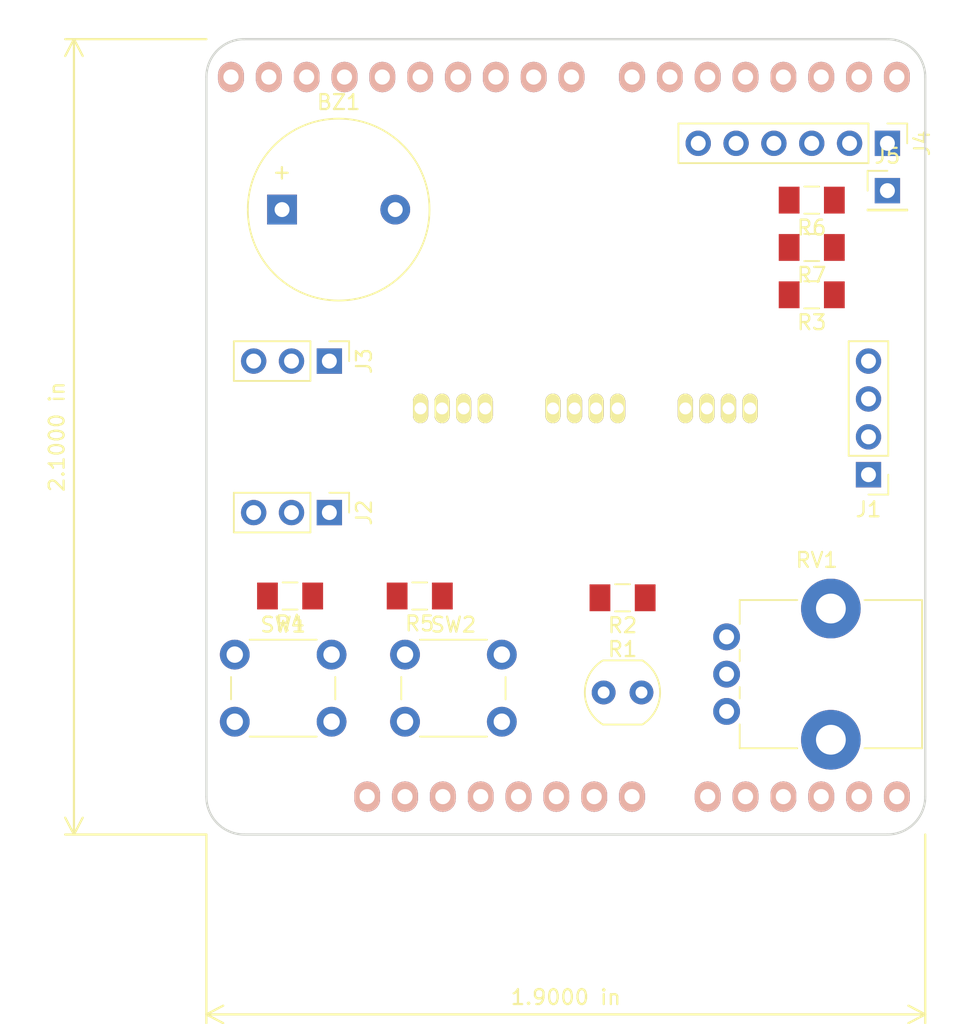
<source format=kicad_pcb>
(kicad_pcb (version 20171130) (host pcbnew 6.0.0-rc1-unknown-9cac0a3~66~ubuntu18.04.1)

  (general
    (thickness 1.6)
    (drawings 10)
    (tracks 0)
    (zones 0)
    (modules 23)
    (nets 20)
  )

  (page A4)
  (title_block
    (date "lun. 30 mars 2015")
  )

  (layers
    (0 F.Cu signal)
    (31 B.Cu signal)
    (32 B.Adhes user)
    (33 F.Adhes user)
    (34 B.Paste user)
    (35 F.Paste user)
    (36 B.SilkS user)
    (37 F.SilkS user)
    (38 B.Mask user)
    (39 F.Mask user)
    (40 Dwgs.User user)
    (41 Cmts.User user)
    (42 Eco1.User user)
    (43 Eco2.User user)
    (44 Edge.Cuts user)
    (45 Margin user)
    (46 B.CrtYd user)
    (47 F.CrtYd user)
    (48 B.Fab user)
    (49 F.Fab user)
  )

  (setup
    (last_trace_width 0.25)
    (trace_clearance 0.2)
    (zone_clearance 0.508)
    (zone_45_only no)
    (trace_min 0.2)
    (via_size 0.6)
    (via_drill 0.4)
    (via_min_size 0.4)
    (via_min_drill 0.3)
    (uvia_size 0.3)
    (uvia_drill 0.1)
    (uvias_allowed no)
    (uvia_min_size 0.2)
    (uvia_min_drill 0.1)
    (edge_width 0.15)
    (segment_width 0.15)
    (pcb_text_width 0.3)
    (pcb_text_size 1.5 1.5)
    (mod_edge_width 0.15)
    (mod_text_size 1 1)
    (mod_text_width 0.15)
    (pad_size 4.064 4.064)
    (pad_drill 3.048)
    (pad_to_mask_clearance 0)
    (solder_mask_min_width 0.25)
    (aux_axis_origin 110.998 126.365)
    (grid_origin 110.998 126.365)
    (visible_elements FFFFFF7F)
    (pcbplotparams
      (layerselection 0x00030_80000001)
      (usegerberextensions false)
      (usegerberattributes false)
      (usegerberadvancedattributes false)
      (creategerberjobfile false)
      (excludeedgelayer true)
      (linewidth 0.100000)
      (plotframeref false)
      (viasonmask false)
      (mode 1)
      (useauxorigin false)
      (hpglpennumber 1)
      (hpglpenspeed 20)
      (hpglpendiameter 15.000000)
      (psnegative false)
      (psa4output false)
      (plotreference true)
      (plotvalue true)
      (plotinvisibletext false)
      (padsonsilk false)
      (subtractmaskfromsilk false)
      (outputformat 1)
      (mirror false)
      (drillshape 1)
      (scaleselection 1)
      (outputdirectory ""))
  )

  (net 0 "")
  (net 1 /Reset)
  (net 2 +5V)
  (net 3 GND)
  (net 4 /A0)
  (net 5 /A1)
  (net 6 /A2)
  (net 7 /A3)
  (net 8 "/A4(SDA)")
  (net 9 "/A5(SCL)")
  (net 10 "/9(**)")
  (net 11 "/6(**)")
  (net 12 "/5(**)")
  (net 13 "/3(**)")
  (net 14 /2)
  (net 15 "/1(Tx)")
  (net 16 "/0(Rx)")
  (net 17 "Net-(J4-Pad5)")
  (net 18 "Net-(LED1-Pad4)")
  (net 19 "Net-(LED2-Pad4)")

  (net_class Default "This is the default net class."
    (clearance 0.2)
    (trace_width 0.25)
    (via_dia 0.6)
    (via_drill 0.4)
    (uvia_dia 0.3)
    (uvia_drill 0.1)
    (add_net +5V)
    (add_net "/0(Rx)")
    (add_net "/1(Tx)")
    (add_net /2)
    (add_net "/3(**)")
    (add_net "/5(**)")
    (add_net "/6(**)")
    (add_net "/9(**)")
    (add_net /A0)
    (add_net /A1)
    (add_net /A2)
    (add_net /A3)
    (add_net "/A4(SDA)")
    (add_net "/A5(SCL)")
    (add_net /Reset)
    (add_net GND)
    (add_net "Net-(J4-Pad5)")
    (add_net "Net-(LED1-Pad4)")
    (add_net "Net-(LED2-Pad4)")
  )

  (module Socket_Arduino_Uno:Socket_Strip_Arduino_1x06 locked (layer B.Cu) (tedit 5C3FA437) (tstamp 5C3FA1EF)
    (at 146.558 123.825)
    (descr "Through hole socket strip")
    (tags "socket strip")
    (path /56D70DD8)
    (fp_text reference P2 (at 6.604 2.54) (layer B.Fab)
      (effects (font (size 1 1) (thickness 0.15)) (justify mirror))
    )
    (fp_text value Analog (at 6.604 4.064) (layer B.Fab)
      (effects (font (size 1 1) (thickness 0.15)) (justify mirror))
    )
    (fp_line (start -1.75 1.75) (end -1.75 -1.75) (layer B.CrtYd) (width 0.05))
    (fp_line (start 14.45 1.75) (end 14.45 -1.75) (layer B.CrtYd) (width 0.05))
    (fp_line (start -1.75 1.75) (end 14.45 1.75) (layer B.CrtYd) (width 0.05))
    (fp_line (start -1.75 -1.75) (end 14.45 -1.75) (layer B.CrtYd) (width 0.05))
    (pad 1 thru_hole oval (at 0 0) (size 1.7272 2.032) (drill 1.016) (layers *.Cu *.Mask B.SilkS)
      (net 4 /A0))
    (pad 2 thru_hole oval (at 2.54 0) (size 1.7272 2.032) (drill 1.016) (layers *.Cu *.Mask B.SilkS)
      (net 5 /A1))
    (pad 3 thru_hole oval (at 5.08 0) (size 1.7272 2.032) (drill 1.016) (layers *.Cu *.Mask B.SilkS)
      (net 6 /A2))
    (pad 4 thru_hole oval (at 7.62 0) (size 1.7272 2.032) (drill 1.016) (layers *.Cu *.Mask B.SilkS)
      (net 7 /A3))
    (pad 5 thru_hole oval (at 10.16 0) (size 1.7272 2.032) (drill 1.016) (layers *.Cu *.Mask B.SilkS)
      (net 8 "/A4(SDA)"))
    (pad 6 thru_hole oval (at 12.7 0) (size 1.7272 2.032) (drill 1.016) (layers *.Cu *.Mask B.SilkS)
      (net 9 "/A5(SCL)"))
    (model ${KISYS3DMOD}/pin_strip/pin_strip_6.wrl
      (offset (xyz 6.4 0 0))
      (scale (xyz 1 1 1))
      (rotate (xyz 0 0 0))
    )
    (model ${KISYS3DMOD}/Arduino.3dshapes/Arduino_UNO_002.step
      (offset (xyz -14.05 -92.3 13))
      (scale (xyz 1 1 1))
      (rotate (xyz -90 -180 180))
    )
  )

  (module Socket_Arduino_Uno:Socket_Strip_Arduino_1x08 locked (layer B.Cu) (tedit 5C3FA409) (tstamp 5C3FA22D)
    (at 123.698 123.825)
    (descr "Through hole socket strip")
    (tags "socket strip")
    (path /56D70129)
    (fp_text reference P1 (at 8.89 2.54) (layer B.Fab)
      (effects (font (size 1 1) (thickness 0.15)) (justify mirror))
    )
    (fp_text value Power (at 8.89 4.064) (layer B.Fab)
      (effects (font (size 1 1) (thickness 0.15)) (justify mirror))
    )
    (fp_line (start -1.75 1.75) (end -1.75 -1.75) (layer B.CrtYd) (width 0.05))
    (fp_line (start 19.55 1.75) (end 19.55 -1.75) (layer B.CrtYd) (width 0.05))
    (fp_line (start -1.75 1.75) (end 19.55 1.75) (layer B.CrtYd) (width 0.05))
    (fp_line (start -1.75 -1.75) (end 19.55 -1.75) (layer B.CrtYd) (width 0.05))
    (pad 1 thru_hole oval (at 0 0) (size 1.7272 2.032) (drill 1.016) (layers *.Cu *.Mask B.SilkS))
    (pad 2 thru_hole oval (at 2.54 0) (size 1.7272 2.032) (drill 1.016) (layers *.Cu *.Mask B.SilkS))
    (pad 3 thru_hole oval (at 5.08 0) (size 1.7272 2.032) (drill 1.016) (layers *.Cu *.Mask B.SilkS)
      (net 1 /Reset))
    (pad 4 thru_hole oval (at 7.62 0) (size 1.7272 2.032) (drill 1.016) (layers *.Cu *.Mask B.SilkS))
    (pad 5 thru_hole oval (at 10.16 0) (size 1.7272 2.032) (drill 1.016) (layers *.Cu *.Mask B.SilkS)
      (net 2 +5V))
    (pad 6 thru_hole oval (at 12.7 0) (size 1.7272 2.032) (drill 1.016) (layers *.Cu *.Mask B.SilkS)
      (net 3 GND))
    (pad 7 thru_hole oval (at 15.24 0) (size 1.7272 2.032) (drill 1.016) (layers *.Cu *.Mask B.SilkS)
      (net 3 GND))
    (pad 8 thru_hole oval (at 17.78 0) (size 1.7272 2.032) (drill 1.016) (layers *.Cu *.Mask B.SilkS))
    (model ${KISYS3DMOD}/pin_strip/pin_strip_8.wrl
      (offset (xyz 8.9 0 0))
      (scale (xyz 1 1 1))
      (rotate (xyz 0 0 0))
    )
  )

  (module Socket_Arduino_Uno:Socket_Strip_Arduino_1x10 locked (layer B.Cu) (tedit 5C3FA3E1) (tstamp 5C3FA271)
    (at 114.554 75.565)
    (descr "Through hole socket strip")
    (tags "socket strip")
    (path /56D721E0)
    (fp_text reference P3 (at 11.43 -2.794) (layer B.Fab)
      (effects (font (size 1 1) (thickness 0.15)) (justify mirror))
    )
    (fp_text value Digital (at 11.43 -4.318) (layer B.Fab)
      (effects (font (size 1 1) (thickness 0.15)) (justify mirror))
    )
    (fp_line (start -1.75 1.75) (end -1.75 -1.75) (layer B.CrtYd) (width 0.05))
    (fp_line (start 24.65 1.75) (end 24.65 -1.75) (layer B.CrtYd) (width 0.05))
    (fp_line (start -1.75 1.75) (end 24.65 1.75) (layer B.CrtYd) (width 0.05))
    (fp_line (start -1.75 -1.75) (end 24.65 -1.75) (layer B.CrtYd) (width 0.05))
    (pad 1 thru_hole oval (at 0 0) (size 1.7272 2.032) (drill 1.016) (layers *.Cu *.Mask B.SilkS)
      (net 9 "/A5(SCL)"))
    (pad 2 thru_hole oval (at 2.54 0) (size 1.7272 2.032) (drill 1.016) (layers *.Cu *.Mask B.SilkS)
      (net 8 "/A4(SDA)"))
    (pad 3 thru_hole oval (at 5.08 0) (size 1.7272 2.032) (drill 1.016) (layers *.Cu *.Mask B.SilkS))
    (pad 4 thru_hole oval (at 7.62 0) (size 1.7272 2.032) (drill 1.016) (layers *.Cu *.Mask B.SilkS)
      (net 3 GND))
    (pad 5 thru_hole oval (at 10.16 0) (size 1.7272 2.032) (drill 1.016) (layers *.Cu *.Mask B.SilkS))
    (pad 6 thru_hole oval (at 12.7 0) (size 1.7272 2.032) (drill 1.016) (layers *.Cu *.Mask B.SilkS))
    (pad 7 thru_hole oval (at 15.24 0) (size 1.7272 2.032) (drill 1.016) (layers *.Cu *.Mask B.SilkS))
    (pad 8 thru_hole oval (at 17.78 0) (size 1.7272 2.032) (drill 1.016) (layers *.Cu *.Mask B.SilkS))
    (pad 9 thru_hole oval (at 20.32 0) (size 1.7272 2.032) (drill 1.016) (layers *.Cu *.Mask B.SilkS)
      (net 10 "/9(**)"))
    (pad 10 thru_hole oval (at 22.86 0) (size 1.7272 2.032) (drill 1.016) (layers *.Cu *.Mask B.SilkS))
    (model ${KISYS3DMOD}/pin_strip/pin_strip_10.wrl
      (offset (xyz 11 0 0))
      (scale (xyz 1 1 1))
      (rotate (xyz 0 0 0))
    )
    (model ${KISYS3DMOD}/Connector_PinHeader_2.54mm.3dshapes/PinHeader_1x10_P2.54mm_Vertical.wrl
      (at (xyz 0 0 0))
      (scale (xyz 1 1 1))
      (rotate (xyz 0 0 -90))
    )
  )

  (module Socket_Arduino_Uno:Socket_Strip_Arduino_1x08 locked (layer B.Cu) (tedit 5C3FA3AA) (tstamp 5C3FA2B7)
    (at 141.478 75.565)
    (descr "Through hole socket strip")
    (tags "socket strip")
    (path /56D7164F)
    (fp_text reference P4 (at 8.89 -2.794) (layer B.Fab)
      (effects (font (size 1 1) (thickness 0.15)) (justify mirror))
    )
    (fp_text value Digital (at 8.89 -4.318) (layer B.Fab)
      (effects (font (size 1 1) (thickness 0.15)) (justify mirror))
    )
    (fp_line (start -1.75 1.75) (end -1.75 -1.75) (layer B.CrtYd) (width 0.05))
    (fp_line (start 19.55 1.75) (end 19.55 -1.75) (layer B.CrtYd) (width 0.05))
    (fp_line (start -1.75 1.75) (end 19.55 1.75) (layer B.CrtYd) (width 0.05))
    (fp_line (start -1.75 -1.75) (end 19.55 -1.75) (layer B.CrtYd) (width 0.05))
    (pad 1 thru_hole oval (at 0 0) (size 1.7272 2.032) (drill 1.016) (layers *.Cu *.Mask B.SilkS))
    (pad 2 thru_hole oval (at 2.54 0) (size 1.7272 2.032) (drill 1.016) (layers *.Cu *.Mask B.SilkS)
      (net 11 "/6(**)"))
    (pad 3 thru_hole oval (at 5.08 0) (size 1.7272 2.032) (drill 1.016) (layers *.Cu *.Mask B.SilkS)
      (net 12 "/5(**)"))
    (pad 4 thru_hole oval (at 7.62 0) (size 1.7272 2.032) (drill 1.016) (layers *.Cu *.Mask B.SilkS))
    (pad 5 thru_hole oval (at 10.16 0) (size 1.7272 2.032) (drill 1.016) (layers *.Cu *.Mask B.SilkS)
      (net 13 "/3(**)"))
    (pad 6 thru_hole oval (at 12.7 0) (size 1.7272 2.032) (drill 1.016) (layers *.Cu *.Mask B.SilkS)
      (net 14 /2))
    (pad 7 thru_hole oval (at 15.24 0) (size 1.7272 2.032) (drill 1.016) (layers *.Cu *.Mask B.SilkS)
      (net 15 "/1(Tx)"))
    (pad 8 thru_hole oval (at 17.78 0) (size 1.7272 2.032) (drill 1.016) (layers *.Cu *.Mask B.SilkS)
      (net 16 "/0(Rx)"))
    (model ${KISYS3DMOD}/pin_strip/pin_strip_8.wrl
      (offset (xyz 8.9 0 0))
      (scale (xyz 1 1 1))
      (rotate (xyz 0 0 0))
    )
  )

  (module Buzzer_Beeper:Buzzer_12x9.5RM7.6 (layer F.Cu) (tedit 5A030281) (tstamp 5C4107FB)
    (at 117.983 84.455)
    (descr "Generic Buzzer, D12mm height 9.5mm with RM7.6mm")
    (tags buzzer)
    (path /5C409638)
    (fp_text reference BZ1 (at 3.8 -7.2) (layer F.SilkS)
      (effects (font (size 1 1) (thickness 0.15)))
    )
    (fp_text value Buzzer (at 3.8 7.4) (layer F.Fab)
      (effects (font (size 1 1) (thickness 0.15)))
    )
    (fp_text user + (at -0.01 -2.54) (layer F.Fab)
      (effects (font (size 1 1) (thickness 0.15)))
    )
    (fp_text user + (at -0.01 -2.54) (layer F.SilkS)
      (effects (font (size 1 1) (thickness 0.15)))
    )
    (fp_text user %R (at 3.8 -4) (layer F.Fab)
      (effects (font (size 1 1) (thickness 0.15)))
    )
    (fp_circle (center 3.8 0) (end 10.05 0) (layer F.CrtYd) (width 0.05))
    (fp_circle (center 3.8 0) (end 9.8 0) (layer F.Fab) (width 0.1))
    (fp_circle (center 3.8 0) (end 4.8 0) (layer F.Fab) (width 0.1))
    (fp_circle (center 3.8 0) (end 9.9 0) (layer F.SilkS) (width 0.12))
    (pad 1 thru_hole rect (at 0 0) (size 2 2) (drill 1) (layers *.Cu *.Mask)
      (net 13 "/3(**)"))
    (pad 2 thru_hole circle (at 7.6 0) (size 2 2) (drill 1) (layers *.Cu *.Mask)
      (net 3 GND))
    (model ${KISYS3DMOD}/Buzzer/LOUDITY_LD-BZPN-1705.wrl
      (offset (xyz 3.8 0 0))
      (scale (xyz 0.3 0.3 0.3937))
      (rotate (xyz 0 0 0))
    )
  )

  (module Connector_PinHeader_2.54mm:PinHeader_1x04_P2.54mm_Vertical (layer F.Cu) (tedit 59FED5CC) (tstamp 5C410813)
    (at 157.353 102.235 180)
    (descr "Through hole straight pin header, 1x04, 2.54mm pitch, single row")
    (tags "Through hole pin header THT 1x04 2.54mm single row")
    (path /5C438DD4)
    (fp_text reference J1 (at 0 -2.33 180) (layer F.SilkS)
      (effects (font (size 1 1) (thickness 0.15)))
    )
    (fp_text value CONN_01X04 (at 0 9.95 180) (layer F.Fab)
      (effects (font (size 1 1) (thickness 0.15)))
    )
    (fp_line (start -0.635 -1.27) (end 1.27 -1.27) (layer F.Fab) (width 0.1))
    (fp_line (start 1.27 -1.27) (end 1.27 8.89) (layer F.Fab) (width 0.1))
    (fp_line (start 1.27 8.89) (end -1.27 8.89) (layer F.Fab) (width 0.1))
    (fp_line (start -1.27 8.89) (end -1.27 -0.635) (layer F.Fab) (width 0.1))
    (fp_line (start -1.27 -0.635) (end -0.635 -1.27) (layer F.Fab) (width 0.1))
    (fp_line (start -1.33 8.95) (end 1.33 8.95) (layer F.SilkS) (width 0.12))
    (fp_line (start -1.33 1.27) (end -1.33 8.95) (layer F.SilkS) (width 0.12))
    (fp_line (start 1.33 1.27) (end 1.33 8.95) (layer F.SilkS) (width 0.12))
    (fp_line (start -1.33 1.27) (end 1.33 1.27) (layer F.SilkS) (width 0.12))
    (fp_line (start -1.33 0) (end -1.33 -1.33) (layer F.SilkS) (width 0.12))
    (fp_line (start -1.33 -1.33) (end 0 -1.33) (layer F.SilkS) (width 0.12))
    (fp_line (start -1.8 -1.8) (end -1.8 9.4) (layer F.CrtYd) (width 0.05))
    (fp_line (start -1.8 9.4) (end 1.8 9.4) (layer F.CrtYd) (width 0.05))
    (fp_line (start 1.8 9.4) (end 1.8 -1.8) (layer F.CrtYd) (width 0.05))
    (fp_line (start 1.8 -1.8) (end -1.8 -1.8) (layer F.CrtYd) (width 0.05))
    (fp_text user %R (at 0 3.81 270) (layer F.Fab)
      (effects (font (size 1 1) (thickness 0.15)))
    )
    (pad 1 thru_hole rect (at 0 0 180) (size 1.7 1.7) (drill 1) (layers *.Cu *.Mask)
      (net 2 +5V))
    (pad 2 thru_hole oval (at 0 2.54 180) (size 1.7 1.7) (drill 1) (layers *.Cu *.Mask)
      (net 14 /2))
    (pad 3 thru_hole oval (at 0 5.08 180) (size 1.7 1.7) (drill 1) (layers *.Cu *.Mask))
    (pad 4 thru_hole oval (at 0 7.62 180) (size 1.7 1.7) (drill 1) (layers *.Cu *.Mask)
      (net 3 GND))
    (model ${KISYS3DMOD}/Sensors.3dshapes/DHT11_V.step
      (offset (xyz 3 -3.6 9))
      (scale (xyz 1 1 1))
      (rotate (xyz 0 90 0))
    )
  )

  (module Connector_PinHeader_2.54mm:PinHeader_1x03_P2.54mm_Vertical (layer F.Cu) (tedit 59FED5CC) (tstamp 5C41082A)
    (at 121.158 104.775 270)
    (descr "Through hole straight pin header, 1x03, 2.54mm pitch, single row")
    (tags "Through hole pin header THT 1x03 2.54mm single row")
    (path /5C4C4E51)
    (fp_text reference J2 (at 0 -2.33 270) (layer F.SilkS)
      (effects (font (size 1 1) (thickness 0.15)))
    )
    (fp_text value CONN_01X03 (at 0 7.41 270) (layer F.Fab)
      (effects (font (size 1 1) (thickness 0.15)))
    )
    (fp_line (start -0.635 -1.27) (end 1.27 -1.27) (layer F.Fab) (width 0.1))
    (fp_line (start 1.27 -1.27) (end 1.27 6.35) (layer F.Fab) (width 0.1))
    (fp_line (start 1.27 6.35) (end -1.27 6.35) (layer F.Fab) (width 0.1))
    (fp_line (start -1.27 6.35) (end -1.27 -0.635) (layer F.Fab) (width 0.1))
    (fp_line (start -1.27 -0.635) (end -0.635 -1.27) (layer F.Fab) (width 0.1))
    (fp_line (start -1.33 6.41) (end 1.33 6.41) (layer F.SilkS) (width 0.12))
    (fp_line (start -1.33 1.27) (end -1.33 6.41) (layer F.SilkS) (width 0.12))
    (fp_line (start 1.33 1.27) (end 1.33 6.41) (layer F.SilkS) (width 0.12))
    (fp_line (start -1.33 1.27) (end 1.33 1.27) (layer F.SilkS) (width 0.12))
    (fp_line (start -1.33 0) (end -1.33 -1.33) (layer F.SilkS) (width 0.12))
    (fp_line (start -1.33 -1.33) (end 0 -1.33) (layer F.SilkS) (width 0.12))
    (fp_line (start -1.8 -1.8) (end -1.8 6.85) (layer F.CrtYd) (width 0.05))
    (fp_line (start -1.8 6.85) (end 1.8 6.85) (layer F.CrtYd) (width 0.05))
    (fp_line (start 1.8 6.85) (end 1.8 -1.8) (layer F.CrtYd) (width 0.05))
    (fp_line (start 1.8 -1.8) (end -1.8 -1.8) (layer F.CrtYd) (width 0.05))
    (fp_text user %R (at 0 2.54) (layer F.Fab)
      (effects (font (size 1 1) (thickness 0.15)))
    )
    (pad 1 thru_hole rect (at 0 0 270) (size 1.7 1.7) (drill 1) (layers *.Cu *.Mask)
      (net 12 "/5(**)"))
    (pad 2 thru_hole oval (at 0 2.54 270) (size 1.7 1.7) (drill 1) (layers *.Cu *.Mask)
      (net 2 +5V))
    (pad 3 thru_hole oval (at 0 5.08 270) (size 1.7 1.7) (drill 1) (layers *.Cu *.Mask)
      (net 3 GND))
    (model ${KISYS3DMOD}/Connector_PinHeader_2.54mm.3dshapes/PinHeader_1x03_P2.54mm_Vertical.wrl
      (at (xyz 0 0 0))
      (scale (xyz 1 1 1))
      (rotate (xyz 0 0 0))
    )
  )

  (module Connector_PinHeader_2.54mm:PinHeader_1x03_P2.54mm_Vertical (layer F.Cu) (tedit 59FED5CC) (tstamp 5C410841)
    (at 121.158 94.615 270)
    (descr "Through hole straight pin header, 1x03, 2.54mm pitch, single row")
    (tags "Through hole pin header THT 1x03 2.54mm single row")
    (path /5C4C562B)
    (fp_text reference J3 (at 0 -2.33 270) (layer F.SilkS)
      (effects (font (size 1 1) (thickness 0.15)))
    )
    (fp_text value CONN_01X03 (at 0 7.41 270) (layer F.Fab)
      (effects (font (size 1 1) (thickness 0.15)))
    )
    (fp_text user %R (at 0 2.54) (layer F.Fab)
      (effects (font (size 1 1) (thickness 0.15)))
    )
    (fp_line (start 1.8 -1.8) (end -1.8 -1.8) (layer F.CrtYd) (width 0.05))
    (fp_line (start 1.8 6.85) (end 1.8 -1.8) (layer F.CrtYd) (width 0.05))
    (fp_line (start -1.8 6.85) (end 1.8 6.85) (layer F.CrtYd) (width 0.05))
    (fp_line (start -1.8 -1.8) (end -1.8 6.85) (layer F.CrtYd) (width 0.05))
    (fp_line (start -1.33 -1.33) (end 0 -1.33) (layer F.SilkS) (width 0.12))
    (fp_line (start -1.33 0) (end -1.33 -1.33) (layer F.SilkS) (width 0.12))
    (fp_line (start -1.33 1.27) (end 1.33 1.27) (layer F.SilkS) (width 0.12))
    (fp_line (start 1.33 1.27) (end 1.33 6.41) (layer F.SilkS) (width 0.12))
    (fp_line (start -1.33 1.27) (end -1.33 6.41) (layer F.SilkS) (width 0.12))
    (fp_line (start -1.33 6.41) (end 1.33 6.41) (layer F.SilkS) (width 0.12))
    (fp_line (start -1.27 -0.635) (end -0.635 -1.27) (layer F.Fab) (width 0.1))
    (fp_line (start -1.27 6.35) (end -1.27 -0.635) (layer F.Fab) (width 0.1))
    (fp_line (start 1.27 6.35) (end -1.27 6.35) (layer F.Fab) (width 0.1))
    (fp_line (start 1.27 -1.27) (end 1.27 6.35) (layer F.Fab) (width 0.1))
    (fp_line (start -0.635 -1.27) (end 1.27 -1.27) (layer F.Fab) (width 0.1))
    (pad 3 thru_hole oval (at 0 5.08 270) (size 1.7 1.7) (drill 1) (layers *.Cu *.Mask)
      (net 3 GND))
    (pad 2 thru_hole oval (at 0 2.54 270) (size 1.7 1.7) (drill 1) (layers *.Cu *.Mask)
      (net 2 +5V))
    (pad 1 thru_hole rect (at 0 0 270) (size 1.7 1.7) (drill 1) (layers *.Cu *.Mask)
      (net 11 "/6(**)"))
    (model ${KISYS3DMOD}/Connector_PinHeader_2.54mm.3dshapes/PinHeader_1x03_P2.54mm_Vertical.wrl
      (at (xyz 0 0 0))
      (scale (xyz 1 1 1))
      (rotate (xyz 0 0 0))
    )
  )

  (module Connector_PinHeader_2.54mm:PinHeader_1x06_P2.54mm_Vertical (layer F.Cu) (tedit 59FED5CC) (tstamp 5C41085B)
    (at 158.623 80.01 270)
    (descr "Through hole straight pin header, 1x06, 2.54mm pitch, single row")
    (tags "Through hole pin header THT 1x06 2.54mm single row")
    (path /5C4E57FD)
    (fp_text reference J4 (at 0 -2.33 270) (layer F.SilkS)
      (effects (font (size 1 1) (thickness 0.15)))
    )
    (fp_text value CONN_01X06 (at 0 15.03 270) (layer F.Fab)
      (effects (font (size 1 1) (thickness 0.15)))
    )
    (fp_line (start -0.635 -1.27) (end 1.27 -1.27) (layer F.Fab) (width 0.1))
    (fp_line (start 1.27 -1.27) (end 1.27 13.97) (layer F.Fab) (width 0.1))
    (fp_line (start 1.27 13.97) (end -1.27 13.97) (layer F.Fab) (width 0.1))
    (fp_line (start -1.27 13.97) (end -1.27 -0.635) (layer F.Fab) (width 0.1))
    (fp_line (start -1.27 -0.635) (end -0.635 -1.27) (layer F.Fab) (width 0.1))
    (fp_line (start -1.33 14.03) (end 1.33 14.03) (layer F.SilkS) (width 0.12))
    (fp_line (start -1.33 1.27) (end -1.33 14.03) (layer F.SilkS) (width 0.12))
    (fp_line (start 1.33 1.27) (end 1.33 14.03) (layer F.SilkS) (width 0.12))
    (fp_line (start -1.33 1.27) (end 1.33 1.27) (layer F.SilkS) (width 0.12))
    (fp_line (start -1.33 0) (end -1.33 -1.33) (layer F.SilkS) (width 0.12))
    (fp_line (start -1.33 -1.33) (end 0 -1.33) (layer F.SilkS) (width 0.12))
    (fp_line (start -1.8 -1.8) (end -1.8 14.5) (layer F.CrtYd) (width 0.05))
    (fp_line (start -1.8 14.5) (end 1.8 14.5) (layer F.CrtYd) (width 0.05))
    (fp_line (start 1.8 14.5) (end 1.8 -1.8) (layer F.CrtYd) (width 0.05))
    (fp_line (start 1.8 -1.8) (end -1.8 -1.8) (layer F.CrtYd) (width 0.05))
    (fp_text user %R (at 0 6.35) (layer F.Fab)
      (effects (font (size 1 1) (thickness 0.15)))
    )
    (pad 1 thru_hole rect (at 0 0 270) (size 1.7 1.7) (drill 1) (layers *.Cu *.Mask))
    (pad 2 thru_hole oval (at 0 2.54 270) (size 1.7 1.7) (drill 1) (layers *.Cu *.Mask)
      (net 2 +5V))
    (pad 3 thru_hole oval (at 0 5.08 270) (size 1.7 1.7) (drill 1) (layers *.Cu *.Mask)
      (net 3 GND))
    (pad 4 thru_hole oval (at 0 7.62 270) (size 1.7 1.7) (drill 1) (layers *.Cu *.Mask)
      (net 16 "/0(Rx)"))
    (pad 5 thru_hole oval (at 0 10.16 270) (size 1.7 1.7) (drill 1) (layers *.Cu *.Mask)
      (net 17 "Net-(J4-Pad5)"))
    (pad 6 thru_hole oval (at 0 12.7 270) (size 1.7 1.7) (drill 1) (layers *.Cu *.Mask))
    (model ${KISYS3DMOD}/Socket_Strips.3dshapes/Socket_Strip_Straight_1x06_Pitch2.54mm.wrl
      (offset (xyz 0 -6.4 0))
      (scale (xyz 1 1 1))
      (rotate (xyz 0 0 90))
    )
    (model ${KISYS3DMOD}/Nano-Play.3dshapes/Bluetooth_HC-06.wrl
      (offset (xyz -6.3 -6.4 8.5))
      (scale (xyz 0.3936 0.3936 0.3936))
      (rotate (xyz 0 0 -90))
    )
  )

  (module Connector_PinHeader_2.54mm:PinHeader_1x01_P2.54mm_Vertical (layer F.Cu) (tedit 59FED5CC) (tstamp 5C410870)
    (at 158.623 83.185)
    (descr "Through hole straight pin header, 1x01, 2.54mm pitch, single row")
    (tags "Through hole pin header THT 1x01 2.54mm single row")
    (path /5C4E6C74)
    (fp_text reference J5 (at 0 -2.33) (layer F.SilkS)
      (effects (font (size 1 1) (thickness 0.15)))
    )
    (fp_text value CONN_01X01 (at 0 2.33) (layer F.Fab)
      (effects (font (size 1 1) (thickness 0.15)))
    )
    (fp_line (start -0.635 -1.27) (end 1.27 -1.27) (layer F.Fab) (width 0.1))
    (fp_line (start 1.27 -1.27) (end 1.27 1.27) (layer F.Fab) (width 0.1))
    (fp_line (start 1.27 1.27) (end -1.27 1.27) (layer F.Fab) (width 0.1))
    (fp_line (start -1.27 1.27) (end -1.27 -0.635) (layer F.Fab) (width 0.1))
    (fp_line (start -1.27 -0.635) (end -0.635 -1.27) (layer F.Fab) (width 0.1))
    (fp_line (start -1.33 1.33) (end 1.33 1.33) (layer F.SilkS) (width 0.12))
    (fp_line (start -1.33 1.27) (end -1.33 1.33) (layer F.SilkS) (width 0.12))
    (fp_line (start 1.33 1.27) (end 1.33 1.33) (layer F.SilkS) (width 0.12))
    (fp_line (start -1.33 1.27) (end 1.33 1.27) (layer F.SilkS) (width 0.12))
    (fp_line (start -1.33 0) (end -1.33 -1.33) (layer F.SilkS) (width 0.12))
    (fp_line (start -1.33 -1.33) (end 0 -1.33) (layer F.SilkS) (width 0.12))
    (fp_line (start -1.8 -1.8) (end -1.8 1.8) (layer F.CrtYd) (width 0.05))
    (fp_line (start -1.8 1.8) (end 1.8 1.8) (layer F.CrtYd) (width 0.05))
    (fp_line (start 1.8 1.8) (end 1.8 -1.8) (layer F.CrtYd) (width 0.05))
    (fp_line (start 1.8 -1.8) (end -1.8 -1.8) (layer F.CrtYd) (width 0.05))
    (fp_text user %R (at 0 0 90) (layer F.Fab)
      (effects (font (size 1 1) (thickness 0.15)))
    )
    (pad 1 thru_hole rect (at 0 0) (size 1.7 1.7) (drill 1) (layers *.Cu *.Mask)
      (net 1 /Reset))
    (model ${KISYS3DMOD}/Socket_Strips.3dshapes/Socket_Strip_Straight_1x01_Pitch2.54mm.wrl
      (at (xyz 0 0 0))
      (scale (xyz 1 1 1))
      (rotate (xyz 0 0 0))
    )
  )

  (module Socket_Arduino_Uno:PL9823 (layer F.Cu) (tedit 5C3FAC12) (tstamp 5C410879)
    (at 147.193 97.79)
    (path /5C403566)
    (fp_text reference LED1 (at 0 2) (layer F.Fab)
      (effects (font (size 1.2 1.2) (thickness 0.15)))
    )
    (fp_text value PL9823 (at 0 -1.84) (layer F.Fab)
      (effects (font (size 1.2 1.2) (thickness 0.15)))
    )
    (fp_circle (center 0 0) (end 4.3 0) (layer F.Fab) (width 0.15))
    (pad 4 thru_hole oval (at 2.2098 0) (size 1.016 1.9812) (drill 0.8) (layers *.Cu *.Mask F.SilkS)
      (net 18 "Net-(LED1-Pad4)"))
    (pad 3 thru_hole oval (at 0.762 0) (size 1.016 1.9812) (drill 0.8) (layers *.Cu *.Mask F.SilkS)
      (net 3 GND))
    (pad 2 thru_hole oval (at -0.6858 0) (size 1.016 1.9812) (drill 0.8) (layers *.Cu *.Mask F.SilkS)
      (net 2 +5V))
    (pad 1 thru_hole oval (at -2.1336 0) (size 1.016 1.9812) (drill 0.8) (layers *.Cu *.Mask F.SilkS)
      (net 10 "/9(**)"))
    (model ${KISYS3DMOD}/apa-106.pretty/APA-106-F8.wrl
      (at (xyz 0 0 0))
      (scale (xyz 0.3937 0.3937 0.3937))
      (rotate (xyz 0 0 0))
    )
  )

  (module Socket_Arduino_Uno:PL9823 (layer F.Cu) (tedit 5C3FAC12) (tstamp 5C410882)
    (at 138.303 97.79)
    (path /5C4049A9)
    (fp_text reference LED2 (at 0 2) (layer F.Fab)
      (effects (font (size 1.2 1.2) (thickness 0.15)))
    )
    (fp_text value PL9823 (at 0 -1.84) (layer F.Fab)
      (effects (font (size 1.2 1.2) (thickness 0.15)))
    )
    (fp_circle (center 0 0) (end 4.3 0) (layer F.Fab) (width 0.15))
    (pad 1 thru_hole oval (at -2.1336 0) (size 1.016 1.9812) (drill 0.8) (layers *.Cu *.Mask F.SilkS)
      (net 18 "Net-(LED1-Pad4)"))
    (pad 2 thru_hole oval (at -0.6858 0) (size 1.016 1.9812) (drill 0.8) (layers *.Cu *.Mask F.SilkS)
      (net 2 +5V))
    (pad 3 thru_hole oval (at 0.762 0) (size 1.016 1.9812) (drill 0.8) (layers *.Cu *.Mask F.SilkS)
      (net 3 GND))
    (pad 4 thru_hole oval (at 2.2098 0) (size 1.016 1.9812) (drill 0.8) (layers *.Cu *.Mask F.SilkS)
      (net 19 "Net-(LED2-Pad4)"))
    (model ${KISYS3DMOD}/apa-106.pretty/APA-106-F8.wrl
      (at (xyz 0 0 0))
      (scale (xyz 0.3937 0.3937 0.3937))
      (rotate (xyz 0 0 0))
    )
  )

  (module Socket_Arduino_Uno:PL9823 (layer F.Cu) (tedit 5C3FAC12) (tstamp 5C41088B)
    (at 129.413 97.79)
    (path /5C40D6B4)
    (fp_text reference LED3 (at 0 2) (layer F.Fab)
      (effects (font (size 1.2 1.2) (thickness 0.15)))
    )
    (fp_text value PL9823 (at 0 -1.84) (layer F.Fab)
      (effects (font (size 1.2 1.2) (thickness 0.15)))
    )
    (fp_circle (center 0 0) (end 4.3 0) (layer F.Fab) (width 0.15))
    (pad 1 thru_hole oval (at -2.1336 0) (size 1.016 1.9812) (drill 0.8) (layers *.Cu *.Mask F.SilkS)
      (net 19 "Net-(LED2-Pad4)"))
    (pad 2 thru_hole oval (at -0.6858 0) (size 1.016 1.9812) (drill 0.8) (layers *.Cu *.Mask F.SilkS)
      (net 2 +5V))
    (pad 3 thru_hole oval (at 0.762 0) (size 1.016 1.9812) (drill 0.8) (layers *.Cu *.Mask F.SilkS)
      (net 3 GND))
    (pad 4 thru_hole oval (at 2.2098 0) (size 1.016 1.9812) (drill 0.8) (layers *.Cu *.Mask F.SilkS))
    (model ${KISYS3DMOD}/apa-106.pretty/APA-106-F8.wrl
      (at (xyz 0 0 0))
      (scale (xyz 0.3937 0.3937 0.3937))
      (rotate (xyz 0 0 0))
    )
  )

  (module OptoDevice:R_LDR_4.9x4.2mm_P2.54mm_Vertical (layer F.Cu) (tedit 5A6C6585) (tstamp 5C4108AB)
    (at 139.573 116.84)
    (descr "Resistor, LDR 4.9x4.2mm")
    (tags "Resistor LDR4.9x4.2")
    (path /5C40A3DE)
    (fp_text reference R1 (at 1.27 -2.9) (layer F.SilkS)
      (effects (font (size 1 1) (thickness 0.15)))
    )
    (fp_text value RES_PHOTO_LDR (at 1.17 3.1) (layer F.Fab)
      (effects (font (size 1 1) (thickness 0.15)))
    )
    (fp_text user %R (at 1.27 0) (layer F.Fab)
      (effects (font (size 1 1) (thickness 0.15)))
    )
    (fp_line (start -0.05 2.15) (end 2.6 2.15) (layer F.SilkS) (width 0.12))
    (fp_line (start -0.05 -2.15) (end 2.6 -2.15) (layer F.SilkS) (width 0.12))
    (fp_line (start 0.87 -1.2) (end 2.17 -1.2) (layer F.Fab) (width 0.1))
    (fp_line (start 1.67 -0.6) (end 0.87 -0.6) (layer F.Fab) (width 0.1))
    (fp_line (start 0.87 0) (end 1.67 0) (layer F.Fab) (width 0.1))
    (fp_line (start 1.67 0.6) (end 0.87 0.6) (layer F.Fab) (width 0.1))
    (fp_line (start 0.37 1.2) (end 1.67 1.2) (layer F.Fab) (width 0.1))
    (fp_line (start 0.37 -1.8) (end 2.17 -1.8) (layer F.Fab) (width 0.1))
    (fp_line (start 2.17 -1.8) (end 2.17 -1.2) (layer F.Fab) (width 0.1))
    (fp_line (start 0.87 -1.2) (end 0.87 -0.6) (layer F.Fab) (width 0.1))
    (fp_line (start 1.67 -0.6) (end 1.67 0) (layer F.Fab) (width 0.1))
    (fp_line (start 0.87 0) (end 0.87 0.6) (layer F.Fab) (width 0.1))
    (fp_line (start 1.67 0.6) (end 1.67 1.2) (layer F.Fab) (width 0.1))
    (fp_line (start 0.37 1.2) (end 0.37 1.8) (layer F.Fab) (width 0.1))
    (fp_line (start 0.37 1.8) (end 2.17 1.8) (layer F.Fab) (width 0.1))
    (fp_line (start 2.57 2.1) (end -0.03 2.1) (layer F.Fab) (width 0.1))
    (fp_line (start -0.03 -2.1) (end 2.57 -2.1) (layer F.Fab) (width 0.1))
    (fp_line (start -1.45 -2.35) (end 3.99 -2.35) (layer F.CrtYd) (width 0.05))
    (fp_line (start -1.45 -2.35) (end -1.45 2.35) (layer F.CrtYd) (width 0.05))
    (fp_line (start 3.99 2.35) (end 3.99 -2.35) (layer F.CrtYd) (width 0.05))
    (fp_line (start 3.99 2.35) (end -1.45 2.35) (layer F.CrtYd) (width 0.05))
    (fp_arc (start 1.25 0) (end -0.05 2.15) (angle 117) (layer F.SilkS) (width 0.12))
    (fp_arc (start 1.25 0) (end 2.6 -2.15) (angle 115) (layer F.SilkS) (width 0.12))
    (fp_arc (start 1.27 0) (end 2.57 -2.1) (angle 115) (layer F.Fab) (width 0.1))
    (fp_arc (start 1.27 0) (end -0.03 2.1) (angle 115) (layer F.Fab) (width 0.1))
    (pad 1 thru_hole circle (at 0 0) (size 1.6 1.6) (drill 0.8) (layers *.Cu *.Mask)
      (net 4 /A0))
    (pad 2 thru_hole circle (at 2.54 0) (size 1.6 1.6) (drill 0.8) (layers *.Cu *.Mask)
      (net 3 GND))
    (model ${KISYS3DMOD}/OptoDevice.3dshapes/R_LDR_4.9x4.2mm_P2.54mm_Vertical.wrl
      (at (xyz 0 0 0))
      (scale (xyz 1 1 1))
      (rotate (xyz 0 0 0))
    )
  )

  (module Resistor_SMD:R_1206_3216Metric_Pad1.39x1.80mm_HandSolder (layer F.Cu) (tedit 5AC5DB74) (tstamp 5C4108BC)
    (at 140.843 110.49 180)
    (descr "Resistor SMD 1206 (3216 Metric), square (rectangular) end terminal, IPC_7351 nominal with elongated pad for handsoldering. (Body size source: http://www.tortai-tech.com/upload/download/2011102023233369053.pdf), generated with kicad-footprint-generator")
    (tags "resistor handsolder")
    (path /5C41A6BC)
    (attr smd)
    (fp_text reference R2 (at 0 -1.85 180) (layer F.SilkS)
      (effects (font (size 1 1) (thickness 0.15)))
    )
    (fp_text value 10k (at 0 1.85 180) (layer F.Fab)
      (effects (font (size 1 1) (thickness 0.15)))
    )
    (fp_text user %R (at 0 0 180) (layer F.Fab)
      (effects (font (size 0.8 0.8) (thickness 0.12)))
    )
    (fp_line (start 2.46 1.15) (end -2.46 1.15) (layer F.CrtYd) (width 0.05))
    (fp_line (start 2.46 -1.15) (end 2.46 1.15) (layer F.CrtYd) (width 0.05))
    (fp_line (start -2.46 -1.15) (end 2.46 -1.15) (layer F.CrtYd) (width 0.05))
    (fp_line (start -2.46 1.15) (end -2.46 -1.15) (layer F.CrtYd) (width 0.05))
    (fp_line (start -0.5 0.91) (end 0.5 0.91) (layer F.SilkS) (width 0.12))
    (fp_line (start -0.5 -0.91) (end 0.5 -0.91) (layer F.SilkS) (width 0.12))
    (fp_line (start 1.6 0.8) (end -1.6 0.8) (layer F.Fab) (width 0.1))
    (fp_line (start 1.6 -0.8) (end 1.6 0.8) (layer F.Fab) (width 0.1))
    (fp_line (start -1.6 -0.8) (end 1.6 -0.8) (layer F.Fab) (width 0.1))
    (fp_line (start -1.6 0.8) (end -1.6 -0.8) (layer F.Fab) (width 0.1))
    (pad 2 smd rect (at 1.5175 0 180) (size 1.395 1.8) (layers F.Cu F.Paste F.Mask)
      (net 4 /A0))
    (pad 1 smd rect (at -1.5175 0 180) (size 1.395 1.8) (layers F.Cu F.Paste F.Mask)
      (net 2 +5V))
    (model ${KISYS3DMOD}/Resistor_SMD.3dshapes/R_1206_3216Metric.wrl
      (at (xyz 0 0 0))
      (scale (xyz 1 1 1))
      (rotate (xyz 0 0 0))
    )
  )

  (module Resistor_SMD:R_1206_3216Metric_Pad1.39x1.80mm_HandSolder (layer F.Cu) (tedit 5AC5DB74) (tstamp 5C4108CD)
    (at 153.543 90.17 180)
    (descr "Resistor SMD 1206 (3216 Metric), square (rectangular) end terminal, IPC_7351 nominal with elongated pad for handsoldering. (Body size source: http://www.tortai-tech.com/upload/download/2011102023233369053.pdf), generated with kicad-footprint-generator")
    (tags "resistor handsolder")
    (path /5C435952)
    (attr smd)
    (fp_text reference R3 (at 0 -1.85 180) (layer F.SilkS)
      (effects (font (size 1 1) (thickness 0.15)))
    )
    (fp_text value 10k (at 0 1.85 180) (layer F.Fab)
      (effects (font (size 1 1) (thickness 0.15)))
    )
    (fp_line (start -1.6 0.8) (end -1.6 -0.8) (layer F.Fab) (width 0.1))
    (fp_line (start -1.6 -0.8) (end 1.6 -0.8) (layer F.Fab) (width 0.1))
    (fp_line (start 1.6 -0.8) (end 1.6 0.8) (layer F.Fab) (width 0.1))
    (fp_line (start 1.6 0.8) (end -1.6 0.8) (layer F.Fab) (width 0.1))
    (fp_line (start -0.5 -0.91) (end 0.5 -0.91) (layer F.SilkS) (width 0.12))
    (fp_line (start -0.5 0.91) (end 0.5 0.91) (layer F.SilkS) (width 0.12))
    (fp_line (start -2.46 1.15) (end -2.46 -1.15) (layer F.CrtYd) (width 0.05))
    (fp_line (start -2.46 -1.15) (end 2.46 -1.15) (layer F.CrtYd) (width 0.05))
    (fp_line (start 2.46 -1.15) (end 2.46 1.15) (layer F.CrtYd) (width 0.05))
    (fp_line (start 2.46 1.15) (end -2.46 1.15) (layer F.CrtYd) (width 0.05))
    (fp_text user %R (at 0 0 180) (layer F.Fab)
      (effects (font (size 0.8 0.8) (thickness 0.12)))
    )
    (pad 1 smd rect (at -1.5175 0 180) (size 1.395 1.8) (layers F.Cu F.Paste F.Mask)
      (net 14 /2))
    (pad 2 smd rect (at 1.5175 0 180) (size 1.395 1.8) (layers F.Cu F.Paste F.Mask)
      (net 2 +5V))
    (model ${KISYS3DMOD}/Resistor_SMD.3dshapes/R_1206_3216Metric.wrl
      (at (xyz 0 0 0))
      (scale (xyz 1 1 1))
      (rotate (xyz 0 0 0))
    )
  )

  (module Resistor_SMD:R_1206_3216Metric_Pad1.39x1.80mm_HandSolder (layer F.Cu) (tedit 5AC5DB74) (tstamp 5C4108DE)
    (at 118.521335 110.369999 180)
    (descr "Resistor SMD 1206 (3216 Metric), square (rectangular) end terminal, IPC_7351 nominal with elongated pad for handsoldering. (Body size source: http://www.tortai-tech.com/upload/download/2011102023233369053.pdf), generated with kicad-footprint-generator")
    (tags "resistor handsolder")
    (path /5C4826B8)
    (attr smd)
    (fp_text reference R4 (at 0 -1.85 180) (layer F.SilkS)
      (effects (font (size 1 1) (thickness 0.15)))
    )
    (fp_text value 330 (at 0 1.85 180) (layer F.Fab)
      (effects (font (size 1 1) (thickness 0.15)))
    )
    (fp_text user %R (at 0 0 180) (layer F.Fab)
      (effects (font (size 0.8 0.8) (thickness 0.12)))
    )
    (fp_line (start 2.46 1.15) (end -2.46 1.15) (layer F.CrtYd) (width 0.05))
    (fp_line (start 2.46 -1.15) (end 2.46 1.15) (layer F.CrtYd) (width 0.05))
    (fp_line (start -2.46 -1.15) (end 2.46 -1.15) (layer F.CrtYd) (width 0.05))
    (fp_line (start -2.46 1.15) (end -2.46 -1.15) (layer F.CrtYd) (width 0.05))
    (fp_line (start -0.5 0.91) (end 0.5 0.91) (layer F.SilkS) (width 0.12))
    (fp_line (start -0.5 -0.91) (end 0.5 -0.91) (layer F.SilkS) (width 0.12))
    (fp_line (start 1.6 0.8) (end -1.6 0.8) (layer F.Fab) (width 0.1))
    (fp_line (start 1.6 -0.8) (end 1.6 0.8) (layer F.Fab) (width 0.1))
    (fp_line (start -1.6 -0.8) (end 1.6 -0.8) (layer F.Fab) (width 0.1))
    (fp_line (start -1.6 0.8) (end -1.6 -0.8) (layer F.Fab) (width 0.1))
    (pad 2 smd rect (at 1.5175 0 180) (size 1.395 1.8) (layers F.Cu F.Paste F.Mask)
      (net 6 /A2))
    (pad 1 smd rect (at -1.5175 0 180) (size 1.395 1.8) (layers F.Cu F.Paste F.Mask)
      (net 3 GND))
    (model ${KISYS3DMOD}/Resistor_SMD.3dshapes/R_1206_3216Metric.wrl
      (at (xyz 0 0 0))
      (scale (xyz 1 1 1))
      (rotate (xyz 0 0 0))
    )
  )

  (module Resistor_SMD:R_1206_3216Metric_Pad1.39x1.80mm_HandSolder (layer F.Cu) (tedit 5AC5DB74) (tstamp 5C4108EF)
    (at 127.226333 110.369999 180)
    (descr "Resistor SMD 1206 (3216 Metric), square (rectangular) end terminal, IPC_7351 nominal with elongated pad for handsoldering. (Body size source: http://www.tortai-tech.com/upload/download/2011102023233369053.pdf), generated with kicad-footprint-generator")
    (tags "resistor handsolder")
    (path /5C4830EC)
    (attr smd)
    (fp_text reference R5 (at 0 -1.85 180) (layer F.SilkS)
      (effects (font (size 1 1) (thickness 0.15)))
    )
    (fp_text value 330 (at 0 1.85 180) (layer F.Fab)
      (effects (font (size 1 1) (thickness 0.15)))
    )
    (fp_line (start -1.6 0.8) (end -1.6 -0.8) (layer F.Fab) (width 0.1))
    (fp_line (start -1.6 -0.8) (end 1.6 -0.8) (layer F.Fab) (width 0.1))
    (fp_line (start 1.6 -0.8) (end 1.6 0.8) (layer F.Fab) (width 0.1))
    (fp_line (start 1.6 0.8) (end -1.6 0.8) (layer F.Fab) (width 0.1))
    (fp_line (start -0.5 -0.91) (end 0.5 -0.91) (layer F.SilkS) (width 0.12))
    (fp_line (start -0.5 0.91) (end 0.5 0.91) (layer F.SilkS) (width 0.12))
    (fp_line (start -2.46 1.15) (end -2.46 -1.15) (layer F.CrtYd) (width 0.05))
    (fp_line (start -2.46 -1.15) (end 2.46 -1.15) (layer F.CrtYd) (width 0.05))
    (fp_line (start 2.46 -1.15) (end 2.46 1.15) (layer F.CrtYd) (width 0.05))
    (fp_line (start 2.46 1.15) (end -2.46 1.15) (layer F.CrtYd) (width 0.05))
    (fp_text user %R (at 0 0 180) (layer F.Fab)
      (effects (font (size 0.8 0.8) (thickness 0.12)))
    )
    (pad 1 smd rect (at -1.5175 0 180) (size 1.395 1.8) (layers F.Cu F.Paste F.Mask)
      (net 3 GND))
    (pad 2 smd rect (at 1.5175 0 180) (size 1.395 1.8) (layers F.Cu F.Paste F.Mask)
      (net 7 /A3))
    (model ${KISYS3DMOD}/Resistor_SMD.3dshapes/R_1206_3216Metric.wrl
      (at (xyz 0 0 0))
      (scale (xyz 1 1 1))
      (rotate (xyz 0 0 0))
    )
  )

  (module Resistor_SMD:R_1206_3216Metric_Pad1.39x1.80mm_HandSolder (layer F.Cu) (tedit 5AC5DB74) (tstamp 5C410900)
    (at 153.543 83.82 180)
    (descr "Resistor SMD 1206 (3216 Metric), square (rectangular) end terminal, IPC_7351 nominal with elongated pad for handsoldering. (Body size source: http://www.tortai-tech.com/upload/download/2011102023233369053.pdf), generated with kicad-footprint-generator")
    (tags "resistor handsolder")
    (path /5C5045D7)
    (attr smd)
    (fp_text reference R6 (at 0 -1.85 180) (layer F.SilkS)
      (effects (font (size 1 1) (thickness 0.15)))
    )
    (fp_text value 2k (at 0 1.85 180) (layer F.Fab)
      (effects (font (size 1 1) (thickness 0.15)))
    )
    (fp_line (start -1.6 0.8) (end -1.6 -0.8) (layer F.Fab) (width 0.1))
    (fp_line (start -1.6 -0.8) (end 1.6 -0.8) (layer F.Fab) (width 0.1))
    (fp_line (start 1.6 -0.8) (end 1.6 0.8) (layer F.Fab) (width 0.1))
    (fp_line (start 1.6 0.8) (end -1.6 0.8) (layer F.Fab) (width 0.1))
    (fp_line (start -0.5 -0.91) (end 0.5 -0.91) (layer F.SilkS) (width 0.12))
    (fp_line (start -0.5 0.91) (end 0.5 0.91) (layer F.SilkS) (width 0.12))
    (fp_line (start -2.46 1.15) (end -2.46 -1.15) (layer F.CrtYd) (width 0.05))
    (fp_line (start -2.46 -1.15) (end 2.46 -1.15) (layer F.CrtYd) (width 0.05))
    (fp_line (start 2.46 -1.15) (end 2.46 1.15) (layer F.CrtYd) (width 0.05))
    (fp_line (start 2.46 1.15) (end -2.46 1.15) (layer F.CrtYd) (width 0.05))
    (fp_text user %R (at 0 0 180) (layer F.Fab)
      (effects (font (size 0.8 0.8) (thickness 0.12)))
    )
    (pad 1 smd rect (at -1.5175 0 180) (size 1.395 1.8) (layers F.Cu F.Paste F.Mask)
      (net 15 "/1(Tx)"))
    (pad 2 smd rect (at 1.5175 0 180) (size 1.395 1.8) (layers F.Cu F.Paste F.Mask)
      (net 3 GND))
    (model ${KISYS3DMOD}/Resistor_SMD.3dshapes/R_1206_3216Metric.wrl
      (at (xyz 0 0 0))
      (scale (xyz 1 1 1))
      (rotate (xyz 0 0 0))
    )
  )

  (module Resistor_SMD:R_1206_3216Metric_Pad1.39x1.80mm_HandSolder (layer F.Cu) (tedit 5AC5DB74) (tstamp 5C410911)
    (at 153.543 86.995 180)
    (descr "Resistor SMD 1206 (3216 Metric), square (rectangular) end terminal, IPC_7351 nominal with elongated pad for handsoldering. (Body size source: http://www.tortai-tech.com/upload/download/2011102023233369053.pdf), generated with kicad-footprint-generator")
    (tags "resistor handsolder")
    (path /5C4F77B7)
    (attr smd)
    (fp_text reference R7 (at 0 -1.85 180) (layer F.SilkS)
      (effects (font (size 1 1) (thickness 0.15)))
    )
    (fp_text value 1k (at 0 1.85 180) (layer F.Fab)
      (effects (font (size 1 1) (thickness 0.15)))
    )
    (fp_text user %R (at 0 0 180) (layer F.Fab)
      (effects (font (size 0.8 0.8) (thickness 0.12)))
    )
    (fp_line (start 2.46 1.15) (end -2.46 1.15) (layer F.CrtYd) (width 0.05))
    (fp_line (start 2.46 -1.15) (end 2.46 1.15) (layer F.CrtYd) (width 0.05))
    (fp_line (start -2.46 -1.15) (end 2.46 -1.15) (layer F.CrtYd) (width 0.05))
    (fp_line (start -2.46 1.15) (end -2.46 -1.15) (layer F.CrtYd) (width 0.05))
    (fp_line (start -0.5 0.91) (end 0.5 0.91) (layer F.SilkS) (width 0.12))
    (fp_line (start -0.5 -0.91) (end 0.5 -0.91) (layer F.SilkS) (width 0.12))
    (fp_line (start 1.6 0.8) (end -1.6 0.8) (layer F.Fab) (width 0.1))
    (fp_line (start 1.6 -0.8) (end 1.6 0.8) (layer F.Fab) (width 0.1))
    (fp_line (start -1.6 -0.8) (end 1.6 -0.8) (layer F.Fab) (width 0.1))
    (fp_line (start -1.6 0.8) (end -1.6 -0.8) (layer F.Fab) (width 0.1))
    (pad 2 smd rect (at 1.5175 0 180) (size 1.395 1.8) (layers F.Cu F.Paste F.Mask)
      (net 17 "Net-(J4-Pad5)"))
    (pad 1 smd rect (at -1.5175 0 180) (size 1.395 1.8) (layers F.Cu F.Paste F.Mask)
      (net 15 "/1(Tx)"))
    (model ${KISYS3DMOD}/Resistor_SMD.3dshapes/R_1206_3216Metric.wrl
      (at (xyz 0 0 0))
      (scale (xyz 1 1 1))
      (rotate (xyz 0 0 0))
    )
  )

  (module Potentiometer_THT:Potentiometer_Bourns_PTV09A-1_Single_Vertical (layer F.Cu) (tedit 5A3D4993) (tstamp 5C410DD5)
    (at 147.828 118.11)
    (descr "Potentiometer, vertical, Bourns PTV09A-1 Single, http://www.bourns.com/docs/Product-Datasheets/ptv09.pdf")
    (tags "Potentiometer vertical Bourns PTV09A-1 Single")
    (path /5C4091EE)
    (fp_text reference RV1 (at 6.05 -10.15) (layer F.SilkS)
      (effects (font (size 1 1) (thickness 0.15)))
    )
    (fp_text value POT (at 6.05 5.15) (layer F.Fab)
      (effects (font (size 1 1) (thickness 0.15)))
    )
    (fp_circle (center 7.5 -2.5) (end 10.5 -2.5) (layer F.Fab) (width 0.1))
    (fp_line (start 1 -7.35) (end 1 2.35) (layer F.Fab) (width 0.1))
    (fp_line (start 1 2.35) (end 13 2.35) (layer F.Fab) (width 0.1))
    (fp_line (start 13 2.35) (end 13 -7.35) (layer F.Fab) (width 0.1))
    (fp_line (start 13 -7.35) (end 1 -7.35) (layer F.Fab) (width 0.1))
    (fp_line (start 0.88 -7.47) (end 4.745 -7.47) (layer F.SilkS) (width 0.12))
    (fp_line (start 9.255 -7.47) (end 13.12 -7.47) (layer F.SilkS) (width 0.12))
    (fp_line (start 0.88 2.47) (end 4.745 2.47) (layer F.SilkS) (width 0.12))
    (fp_line (start 9.255 2.47) (end 13.12 2.47) (layer F.SilkS) (width 0.12))
    (fp_line (start 0.88 -7.47) (end 0.88 -5.871) (layer F.SilkS) (width 0.12))
    (fp_line (start 0.88 -4.129) (end 0.88 -3.37) (layer F.SilkS) (width 0.12))
    (fp_line (start 0.88 -1.629) (end 0.88 -0.87) (layer F.SilkS) (width 0.12))
    (fp_line (start 0.88 0.87) (end 0.88 2.47) (layer F.SilkS) (width 0.12))
    (fp_line (start 13.12 -7.47) (end 13.12 2.47) (layer F.SilkS) (width 0.12))
    (fp_line (start -1.15 -9.15) (end -1.15 4.15) (layer F.CrtYd) (width 0.05))
    (fp_line (start -1.15 4.15) (end 13.25 4.15) (layer F.CrtYd) (width 0.05))
    (fp_line (start 13.25 4.15) (end 13.25 -9.15) (layer F.CrtYd) (width 0.05))
    (fp_line (start 13.25 -9.15) (end -1.15 -9.15) (layer F.CrtYd) (width 0.05))
    (fp_text user %R (at 2 -2.5 90) (layer F.Fab)
      (effects (font (size 1 1) (thickness 0.15)))
    )
    (pad 3 thru_hole circle (at 0 -5) (size 1.8 1.8) (drill 1) (layers *.Cu *.Mask)
      (net 2 +5V))
    (pad 2 thru_hole circle (at 0 -2.5) (size 1.8 1.8) (drill 1) (layers *.Cu *.Mask)
      (net 5 /A1))
    (pad 1 thru_hole circle (at 0 0) (size 1.8 1.8) (drill 1) (layers *.Cu *.Mask)
      (net 3 GND))
    (pad "" np_thru_hole circle (at 7 -6.9) (size 4 4) (drill 2) (layers *.Cu *.Mask))
    (pad "" np_thru_hole circle (at 7 1.9) (size 4 4) (drill 2) (layers *.Cu *.Mask))
    (model ${KISYS3DMOD}/Potenciometros/ALP_RK09D113.wrl
      (offset (xyz 0 2.5 0))
      (scale (xyz 0.3937 0.3937 0.3937))
      (rotate (xyz 0 0 90))
    )
  )

  (module Button_Switch_THT:SW_PUSH_6mm (layer F.Cu) (tedit 5A02FE31) (tstamp 5C4116B4)
    (at 114.808 114.3)
    (descr https://www.omron.com/ecb/products/pdf/en-b3f.pdf)
    (tags "tact sw push 6mm")
    (path /5C3FE3F4)
    (fp_text reference SW1 (at 3.25 -2) (layer F.SilkS)
      (effects (font (size 1 1) (thickness 0.15)))
    )
    (fp_text value SW_Push (at 3.75 6.7) (layer F.Fab)
      (effects (font (size 1 1) (thickness 0.15)))
    )
    (fp_circle (center 3.25 2.25) (end 1.25 2.5) (layer F.Fab) (width 0.1))
    (fp_line (start 6.75 3) (end 6.75 1.5) (layer F.SilkS) (width 0.12))
    (fp_line (start 5.5 -1) (end 1 -1) (layer F.SilkS) (width 0.12))
    (fp_line (start -0.25 1.5) (end -0.25 3) (layer F.SilkS) (width 0.12))
    (fp_line (start 1 5.5) (end 5.5 5.5) (layer F.SilkS) (width 0.12))
    (fp_line (start 8 -1.25) (end 8 5.75) (layer F.CrtYd) (width 0.05))
    (fp_line (start 7.75 6) (end -1.25 6) (layer F.CrtYd) (width 0.05))
    (fp_line (start -1.5 5.75) (end -1.5 -1.25) (layer F.CrtYd) (width 0.05))
    (fp_line (start -1.25 -1.5) (end 7.75 -1.5) (layer F.CrtYd) (width 0.05))
    (fp_line (start -1.5 6) (end -1.25 6) (layer F.CrtYd) (width 0.05))
    (fp_line (start -1.5 5.75) (end -1.5 6) (layer F.CrtYd) (width 0.05))
    (fp_line (start -1.5 -1.5) (end -1.25 -1.5) (layer F.CrtYd) (width 0.05))
    (fp_line (start -1.5 -1.25) (end -1.5 -1.5) (layer F.CrtYd) (width 0.05))
    (fp_line (start 8 -1.5) (end 8 -1.25) (layer F.CrtYd) (width 0.05))
    (fp_line (start 7.75 -1.5) (end 8 -1.5) (layer F.CrtYd) (width 0.05))
    (fp_line (start 8 6) (end 8 5.75) (layer F.CrtYd) (width 0.05))
    (fp_line (start 7.75 6) (end 8 6) (layer F.CrtYd) (width 0.05))
    (fp_line (start 0.25 -0.75) (end 3.25 -0.75) (layer F.Fab) (width 0.1))
    (fp_line (start 0.25 5.25) (end 0.25 -0.75) (layer F.Fab) (width 0.1))
    (fp_line (start 6.25 5.25) (end 0.25 5.25) (layer F.Fab) (width 0.1))
    (fp_line (start 6.25 -0.75) (end 6.25 5.25) (layer F.Fab) (width 0.1))
    (fp_line (start 3.25 -0.75) (end 6.25 -0.75) (layer F.Fab) (width 0.1))
    (fp_text user %R (at 3.25 2.25) (layer F.Fab)
      (effects (font (size 1 1) (thickness 0.15)))
    )
    (pad 1 thru_hole circle (at 6.5 0 90) (size 2 2) (drill 1.1) (layers *.Cu *.Mask)
      (net 2 +5V))
    (pad 2 thru_hole circle (at 6.5 4.5 90) (size 2 2) (drill 1.1) (layers *.Cu *.Mask)
      (net 6 /A2))
    (pad 1 thru_hole circle (at 0 0 90) (size 2 2) (drill 1.1) (layers *.Cu *.Mask)
      (net 2 +5V))
    (pad 2 thru_hole circle (at 0 4.5 90) (size 2 2) (drill 1.1) (layers *.Cu *.Mask)
      (net 6 /A2))
    (model ${KISYS3DMOD}/Button_Switch_THT.3dshapes/SW_PUSH_6mm.wrl
      (at (xyz 0 0 0))
      (scale (xyz 1 1 1))
      (rotate (xyz 0 0 0))
    )
  )

  (module Button_Switch_THT:SW_PUSH_6mm (layer F.Cu) (tedit 5A02FE31) (tstamp 5C4116D2)
    (at 126.238 114.3)
    (descr https://www.omron.com/ecb/products/pdf/en-b3f.pdf)
    (tags "tact sw push 6mm")
    (path /5C3FEF50)
    (fp_text reference SW2 (at 3.25 -2) (layer F.SilkS)
      (effects (font (size 1 1) (thickness 0.15)))
    )
    (fp_text value SW_Push (at 3.75 6.7) (layer F.Fab)
      (effects (font (size 1 1) (thickness 0.15)))
    )
    (fp_text user %R (at 3.25 2.25) (layer F.Fab)
      (effects (font (size 1 1) (thickness 0.15)))
    )
    (fp_line (start 3.25 -0.75) (end 6.25 -0.75) (layer F.Fab) (width 0.1))
    (fp_line (start 6.25 -0.75) (end 6.25 5.25) (layer F.Fab) (width 0.1))
    (fp_line (start 6.25 5.25) (end 0.25 5.25) (layer F.Fab) (width 0.1))
    (fp_line (start 0.25 5.25) (end 0.25 -0.75) (layer F.Fab) (width 0.1))
    (fp_line (start 0.25 -0.75) (end 3.25 -0.75) (layer F.Fab) (width 0.1))
    (fp_line (start 7.75 6) (end 8 6) (layer F.CrtYd) (width 0.05))
    (fp_line (start 8 6) (end 8 5.75) (layer F.CrtYd) (width 0.05))
    (fp_line (start 7.75 -1.5) (end 8 -1.5) (layer F.CrtYd) (width 0.05))
    (fp_line (start 8 -1.5) (end 8 -1.25) (layer F.CrtYd) (width 0.05))
    (fp_line (start -1.5 -1.25) (end -1.5 -1.5) (layer F.CrtYd) (width 0.05))
    (fp_line (start -1.5 -1.5) (end -1.25 -1.5) (layer F.CrtYd) (width 0.05))
    (fp_line (start -1.5 5.75) (end -1.5 6) (layer F.CrtYd) (width 0.05))
    (fp_line (start -1.5 6) (end -1.25 6) (layer F.CrtYd) (width 0.05))
    (fp_line (start -1.25 -1.5) (end 7.75 -1.5) (layer F.CrtYd) (width 0.05))
    (fp_line (start -1.5 5.75) (end -1.5 -1.25) (layer F.CrtYd) (width 0.05))
    (fp_line (start 7.75 6) (end -1.25 6) (layer F.CrtYd) (width 0.05))
    (fp_line (start 8 -1.25) (end 8 5.75) (layer F.CrtYd) (width 0.05))
    (fp_line (start 1 5.5) (end 5.5 5.5) (layer F.SilkS) (width 0.12))
    (fp_line (start -0.25 1.5) (end -0.25 3) (layer F.SilkS) (width 0.12))
    (fp_line (start 5.5 -1) (end 1 -1) (layer F.SilkS) (width 0.12))
    (fp_line (start 6.75 3) (end 6.75 1.5) (layer F.SilkS) (width 0.12))
    (fp_circle (center 3.25 2.25) (end 1.25 2.5) (layer F.Fab) (width 0.1))
    (pad 2 thru_hole circle (at 0 4.5 90) (size 2 2) (drill 1.1) (layers *.Cu *.Mask)
      (net 7 /A3))
    (pad 1 thru_hole circle (at 0 0 90) (size 2 2) (drill 1.1) (layers *.Cu *.Mask)
      (net 2 +5V))
    (pad 2 thru_hole circle (at 6.5 4.5 90) (size 2 2) (drill 1.1) (layers *.Cu *.Mask)
      (net 7 /A3))
    (pad 1 thru_hole circle (at 6.5 0 90) (size 2 2) (drill 1.1) (layers *.Cu *.Mask)
      (net 2 +5V))
    (model ${KISYS3DMOD}/Button_Switch_THT.3dshapes/SW_PUSH_6mm.wrl
      (at (xyz 0 0 0))
      (scale (xyz 1 1 1))
      (rotate (xyz 0 0 0))
    )
  )

  (dimension 53.34 (width 0.15) (layer F.SilkS)
    (gr_text "53.340 mm" (at 102.713 99.695 90) (layer F.SilkS)
      (effects (font (size 1 1) (thickness 0.15)))
    )
    (feature1 (pts (xy 112.903 73.025) (xy 103.426579 73.025)))
    (feature2 (pts (xy 112.903 126.365) (xy 103.426579 126.365)))
    (crossbar (pts (xy 104.013 126.365) (xy 104.013 73.025)))
    (arrow1a (pts (xy 104.013 73.025) (xy 104.599421 74.151504)))
    (arrow1b (pts (xy 104.013 73.025) (xy 103.426579 74.151504)))
    (arrow2a (pts (xy 104.013 126.365) (xy 104.599421 125.238496)))
    (arrow2b (pts (xy 104.013 126.365) (xy 103.426579 125.238496)))
  )
  (dimension 48.26 (width 0.15) (layer F.SilkS)
    (gr_text "48.260 mm" (at 137.033 139.73) (layer F.SilkS)
      (effects (font (size 1 1) (thickness 0.15)))
    )
    (feature1 (pts (xy 112.903 126.365) (xy 112.903 139.016421)))
    (feature2 (pts (xy 161.163 126.365) (xy 161.163 139.016421)))
    (crossbar (pts (xy 161.163 138.43) (xy 112.903 138.43)))
    (arrow1a (pts (xy 112.903 138.43) (xy 114.029504 137.843579)))
    (arrow1b (pts (xy 112.903 138.43) (xy 114.029504 139.016421)))
    (arrow2a (pts (xy 161.163 138.43) (xy 160.036496 137.843579)))
    (arrow2b (pts (xy 161.163 138.43) (xy 160.036496 139.016421)))
  )
  (gr_arc (start 158.623 75.565) (end 161.163 75.565) (angle -90) (layer Edge.Cuts) (width 0.15) (tstamp 5C410E1F))
  (gr_arc (start 158.623 123.825) (end 158.623 126.365) (angle -90) (layer Edge.Cuts) (width 0.15) (tstamp 5C410E18))
  (gr_arc (start 115.443 123.825) (end 112.903 123.825) (angle -90) (layer Edge.Cuts) (width 0.15) (tstamp 5C410E15))
  (gr_arc (start 115.443 75.565) (end 115.443 73.025) (angle -90) (layer Edge.Cuts) (width 0.15))
  (gr_line (start 161.163 123.825) (end 161.163 75.565) (angle 90) (layer Edge.Cuts) (width 0.15) (tstamp 5C3FA2FC))
  (gr_line (start 115.443 126.365) (end 158.623 126.365) (angle 90) (layer Edge.Cuts) (width 0.15) (tstamp 5C3FA2EA))
  (gr_line (start 112.903 75.565) (end 112.903 123.825) (angle 90) (layer Edge.Cuts) (width 0.15) (tstamp 5C3FA2E7))
  (gr_line (start 158.623 73.025) (end 115.443 73.025) (angle 90) (layer Edge.Cuts) (width 0.15) (tstamp 5C3FA2E4))

)

</source>
